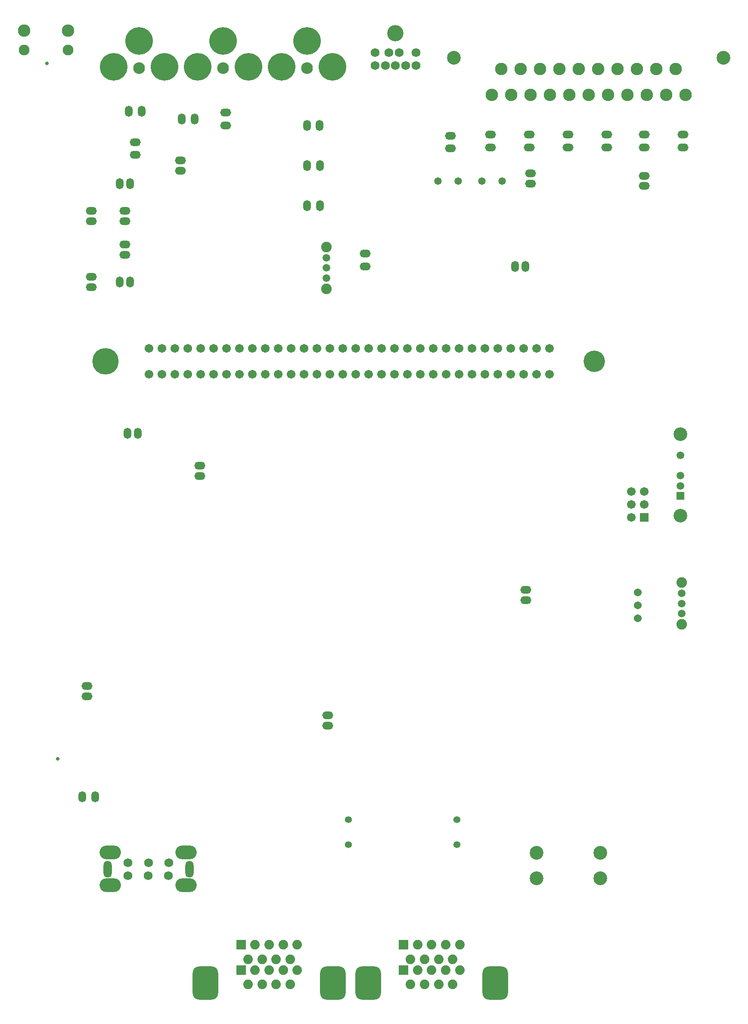
<source format=gbr>
%FSTAX44Y44*%
%MOMM*%
%SFA1B1*%

%IPPOS*%
%AMD80*
4,1,8,1.206500,3.276600,-1.206500,3.276600,-2.514600,1.968500,-2.514600,-1.968500,-1.206500,-3.276600,1.206500,-3.276600,2.514600,-1.968500,2.514600,1.968500,1.206500,3.276600,0.0*
1,1,2.616200,1.206500,1.968500*
1,1,2.616200,-1.206500,1.968500*
1,1,2.616200,-1.206500,-1.968500*
1,1,2.616200,1.206500,-1.968500*
%
G04~CAMADD=80~8~0.0~0.0~1980.0~2580.0~515.0~0.0~15~0.0~0.0~0.0~0.0~0~0.0~0.0~0.0~0.0~0~0.0~0.0~0.0~0.0~1980.0~2580.0*
%ADD80D80*%
%ADD81C,1.893196*%
%ADD82R,1.893196X1.893196*%
%ADD83O,1.503197X2.153196*%
%ADD84O,2.153196X1.503197*%
%ADD85C,2.303195*%
%ADD86C,5.421189*%
%ADD87C,1.536197*%
%ADD88C,1.503197*%
%ADD89C,2.078196*%
%ADD90C,1.473197*%
%ADD91C,2.453195*%
%ADD92C,2.703195*%
%ADD93C,4.203192*%
%ADD94C,5.203190*%
%ADD95C,1.703197*%
%ADD96C,1.727197*%
%ADD97C,3.203194*%
%ADD98O,1.609597X3.311193*%
%ADD99R,1.503197X1.503197*%
%ADD100C,2.678195*%
%ADD101C,1.358197*%
%ADD102C,2.103196*%
%ADD103R,1.703197X1.703197*%
%ADD104O,4.203192X2.703195*%
%ADD105C,0.703199*%
%LNsega_801_remake_soldermask_bot-1*%
%LPD*%
G54D80*
X00925339Y0005334D03*
X01175239D03*
X00605779D03*
X00855679D03*
G54D81*
X01105689Y00078719D03*
X01091839Y00050319D03*
X01077989Y00078719D03*
X01064139Y00050319D03*
X0105029Y00078719D03*
X01036439Y00050319D03*
X01022589Y00078719D03*
X01008739Y00050319D03*
X00689179Y00099849D03*
X00703029Y00128249D03*
X00716879Y00099849D03*
X00730729Y00128249D03*
X00744579Y00099849D03*
X00758429Y00128249D03*
X00772279Y00099849D03*
X0078613Y00128249D03*
X01008739Y00099849D03*
X01022589Y00128249D03*
X01036439Y00099849D03*
X0105029Y00128249D03*
X01064139Y00099849D03*
X01077989Y00128249D03*
X01091839Y00099849D03*
X01105689Y00128249D03*
X00689179Y00050319D03*
X00703029Y00078719D03*
X00716879Y00050319D03*
X00730729Y00078719D03*
X00744579Y00050319D03*
X00758429Y00078719D03*
X00772279Y00050319D03*
X0078613Y00078719D03*
G54D82*
X00994889Y00078719D03*
X00675329Y00128249D03*
X00994889D03*
X00675329Y00078719D03*
G54D83*
X00479859Y017653D03*
X00454859D03*
X01214279Y014605D03*
X01234279D03*
X00830179Y0173736D03*
X0080518D03*
X0083058Y0157988D03*
X00805579D03*
X0043688Y0143002D03*
X00456879D03*
X00558999Y0175006D03*
X00583999D03*
X00437199Y0162306D03*
X004572D03*
X0083058Y0165862D03*
X00805579D03*
X00388419Y004191D03*
X00363419D03*
X0045212Y0113284D03*
X00472119D03*
G54D84*
X0139446Y0169418D03*
Y01719179D03*
X0108712Y01692039D03*
Y0171704D03*
X0124206Y01719179D03*
Y0169418D03*
X0044704Y015494D03*
Y01569399D03*
Y01503359D03*
Y0148336D03*
X00381Y0141986D03*
Y01439859D03*
X0064516Y01762559D03*
Y01737559D03*
X00381Y015494D03*
Y01569399D03*
X0116586Y01719179D03*
Y0169418D03*
X0046736Y0170434D03*
Y01679339D03*
X0131826Y01719179D03*
Y0169418D03*
X0146812Y01719179D03*
Y0169418D03*
X0091948Y014605D03*
Y01485499D03*
X0154432Y01719379D03*
Y01694379D03*
X0059436Y0104902D03*
Y01069019D03*
X0084582Y00558959D03*
Y00578959D03*
X01235809Y00805339D03*
Y00825339D03*
X00372849Y00636346D03*
Y00616346D03*
X0055626Y01668459D03*
Y0164846D03*
X0146812Y016383D03*
Y01618299D03*
X012446Y0162306D03*
Y01643059D03*
G54D85*
X00804999Y01849999D03*
X00474999D03*
X00639999D03*
G54D86*
X00854999Y01851999D03*
X00804999Y01902999D03*
X00754999Y01851999D03*
X00424999D03*
X00474999Y01902999D03*
X00524999Y01851999D03*
X00689999D03*
X00639999Y01902999D03*
X00589999Y01851999D03*
G54D87*
X0145542Y0076962D03*
Y0079502D03*
Y0082042D03*
G54D88*
X0154178Y00778519D03*
Y00798519D03*
Y00818519D03*
X0084328Y01477599D03*
Y01457599D03*
Y01437599D03*
X0153924Y01029659D03*
Y01049659D03*
Y0108966D03*
G54D89*
X0154178Y00757519D03*
Y00839519D03*
X0084328Y014986D03*
Y01416599D03*
G54D90*
X01148719Y0162814D03*
X0118872D03*
X01062359D03*
X0110236D03*
G54D91*
X011684Y01796999D03*
X0118745Y01847799D03*
X012065Y01796999D03*
X0122555Y01847799D03*
X012446Y01796999D03*
X0126365Y01847799D03*
X012827Y01796999D03*
X0130175Y01847799D03*
X013208Y01796999D03*
X0133985Y01847799D03*
X013589Y01796999D03*
X0137795Y01847799D03*
X01397Y01796999D03*
X0141605Y01847799D03*
X014351Y01796999D03*
X0145415Y01847799D03*
X014732Y01796999D03*
X0149225Y01847799D03*
X015113Y01796999D03*
X0153035Y01847799D03*
X015494Y01796999D03*
X00248899Y01923659D03*
X00335299D03*
G54D92*
X01623899Y01869799D03*
X01093899D03*
X01256759Y0030861D03*
X0138176D03*
X01256759Y00258609D03*
X0138176D03*
G54D93*
X01369739Y01274373D03*
G54D94*
X00409439Y01274373D03*
G54D95*
X00494899Y01299773D03*
X00520299D03*
X00545699D03*
X00571099D03*
X00596499D03*
X00621899D03*
X00647299D03*
X00672699D03*
X00698099D03*
X00723499D03*
X00748899D03*
X00774299D03*
X00799699D03*
X00825099D03*
X00850499D03*
X00875899D03*
X00901299D03*
X00926699D03*
X00952099D03*
X00977499D03*
X01002899D03*
X01028299D03*
X01053699D03*
X01079099D03*
X01104499D03*
X01129899D03*
X01155299D03*
X01180699D03*
X01206099D03*
X01231499D03*
X01256899D03*
X01282299D03*
Y01248973D03*
X01256899D03*
X01231499D03*
X01206099D03*
X01180699D03*
X01155299D03*
X01129899D03*
X01104499D03*
X01079099D03*
X01053699D03*
X01028299D03*
X01002899D03*
X00977499D03*
X00952099D03*
X00926699D03*
X00901299D03*
X00875899D03*
X00850499D03*
X00825099D03*
X00799699D03*
X00774299D03*
X00748899D03*
X00723499D03*
X00698099D03*
X00672699D03*
X00647299D03*
X00621899D03*
X00596499D03*
X00571099D03*
X00545699D03*
X00520299D03*
X00494899D03*
X0144272Y0096774D03*
X0146812Y0099314D03*
X0144272D03*
X0146812Y0101854D03*
X0144272D03*
G54D96*
X00939169Y01855169D03*
X0097917D03*
X00966169Y01880169D03*
X00986169D03*
X01019169D03*
X00939169D03*
X00999169Y01855169D03*
X00959169D03*
X01019169D03*
X00453373Y0028956D03*
X00533559D03*
X00493384D03*
X00452811Y0026392D03*
X00532997D03*
X00492822D03*
G54D97*
X0097917Y01918169D03*
G54D98*
X00574199Y0027686D03*
X00412909D03*
G54D99*
X0153924Y01009659D03*
G54D100*
X0153924Y00970659D03*
Y01130659D03*
G54D101*
X0109982Y00373919D03*
Y0032512D03*
X0088646Y00373919D03*
Y0032512D03*
G54D102*
X00248899Y01885659D03*
X00335299D03*
G54D103*
X0146812Y0096774D03*
G54D104*
X00417999Y00244999D03*
Y00309999D03*
X00566999D03*
Y00244999D03*
G54D105*
X00314659Y00493059D03*
X00293657Y0185928D03*
M02*
</source>
